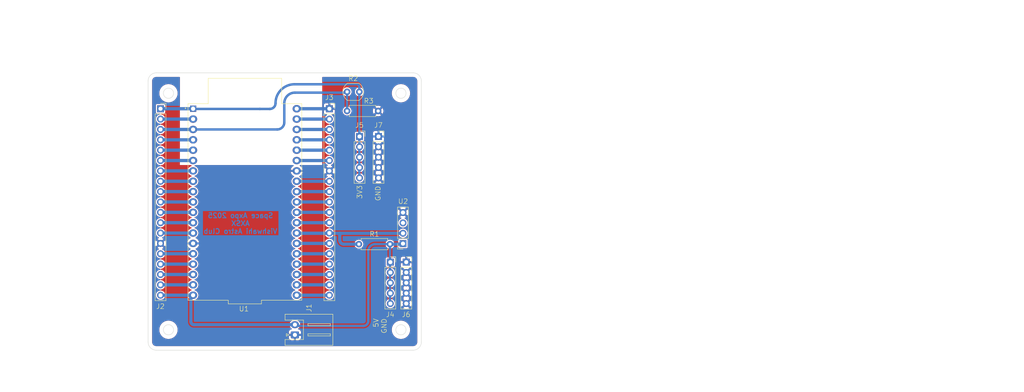
<source format=kicad_pcb>
(kicad_pcb (version 20241229) (generator "pcbnew") (generator_version "9.0")
  (title_block (company "FEVINO INDUSTRIES LLP") (comment 1 "PUNE"))
  (layers (0 "F.Cu" mixed) (2 "B.Cu" mixed) (13 "F.Paste" user) (15 "B.Paste" user) (5 "F.SilkS" user "F.Silkscreen") (7 "B.SilkS" user "B.Silkscreen") (1 "F.Mask" user) (3 "B.Mask" user) (25 "Edge.Cuts" user))
  (property "company" "Fevino Industries LLP")
  (property "ohm" "Ω")
  (property "u" "µ")
  (net 0 "")
  (net 1 "/SRC/GND")
  (net 2 "/SRC/VCC_5V")
  (net 3 "/SRC/DHT11_1")
  (net 4 "/SRC/DHT11_2")
  (net 6 "Net-(J2-Pin_9)")
  (net 7 "Net-(J2-Pin_5)")
  (net 8 "Net-(J2-Pin_4)")
  (net 9 "Net-(J2-Pin_8)")
  (net 10 "Net-(J2-Pin_12)")
  (net 11 "Net-(J2-Pin_11)")
  (net 12 "Net-(J2-Pin_15)")
  (net 13 "Net-(J2-Pin_16)")
  (net 14 "Net-(J2-Pin_18)")
  (net 15 "Net-(J2-Pin_10)")
  (net 16 "Net-(J2-Pin_7)")
  (net 17 "Net-(J2-Pin_13)")
  (net 18 "/SRC/VCC_3V3")
  (net 19 "Net-(J2-Pin_2)")
  (net 20 "Net-(J2-Pin_17)")
  (net 21 "Net-(J3-Pin_18)")
  (net 22 "Net-(J3-Pin_17)")
  (net 23 "Net-(J3-Pin_3)")
  (net 24 "Net-(J3-Pin_5)")
  (net 25 "Net-(J3-Pin_6)")
  (net 26 "Net-(J3-Pin_2)")
  (net 27 "Net-(J3-Pin_11)")
  (net 28 "Net-(J3-Pin_9)")
  (net 29 "Net-(J3-Pin_16)")
  (net 30 "Net-(J3-Pin_10)")
  (net 31 "Net-(J3-Pin_15)")
  (net 32 "Net-(J3-Pin_12)")
  (net 33 "Net-(J3-Pin_4)")
  (net 34 "Net-(J3-Pin_8)")
  (net 35 "Net-(J3-Pin_19)")
  (net 36 "/SRC/LDR_in")
  (net 37 "Net-(J2-Pin_6)")
  (footprint "fevino:MODULE_DEVKIT_V1_ESP32-WROOM-32" (layer "F.Cu") (at 84.157547 80.68)
    (property "Reference" "U1" (at -0.24 26.2126 0) (layer "F.SilkS") (effects (font (size 1.2 1.2) (thickness 0.12))))
    (property "Value" "DEVKIT_V1_ESP32-WROOM-32")
    (fp_line (start -13.95 -24.1) (end -13.95 24.1) (stroke (width 0.12)) (layer "F.SilkS"))
    (fp_line (start -13.95 24.1) (end -4.07 24.1) (stroke (width 0.12)) (layer "F.SilkS"))
    (fp_line (start -9 -30.3) (end 9 -30.3) (stroke (width 0.12)) (layer "F.SilkS"))
    (fp_line (start -9 -24.1) (end -13.95 -24.1) (stroke (width 0.12)) (layer "F.SilkS"))
    (fp_line (start -9 -24.1) (end -9 -30.3) (stroke (width 0.12)) (layer "F.SilkS"))
    (fp_line (start -4.07 24.1) (end -4.07 25) (stroke (width 0.12)) (layer "F.SilkS"))
    (fp_line (start -4.07 25) (end 4.06 25) (stroke (width 0.12)) (layer "F.SilkS"))
    (fp_line (start 4.06 24.1) (end 13.95 24.1) (stroke (width 0.12)) (layer "F.SilkS"))
    (fp_line (start 4.06 25) (end 4.06 24.1) (stroke (width 0.12)) (layer "F.SilkS"))
    (fp_line (start 9 -30.3) (end 9 -24.1) (stroke (width 0.12)) (layer "F.SilkS"))
    (fp_line (start 13.95 -24.1) (end 9 -24.1) (stroke (width 0.12)) (layer "F.SilkS"))
    (fp_line (start 13.95 24.1) (end 13.95 -24.1) (stroke (width 0.12)) (layer "F.SilkS"))
    (fp_circle (center -14.57 -22.97) (end -14.47 -22.97) (stroke (width 0.12)) (fill no) (layer "F.SilkS"))
    (pad "1" thru_hole rect (at -12.7 -22.85) (size 1.53 1.53) (drill 1.02) (layers "*.Cu" "*.Mask") (net 18 "/SRC/VCC_3V3"))
    (pad "2" thru_hole oval (at -12.7 -20.31) (size 2 1.8) (drill 1.02) (layers "*.Cu" "*.Mask") (net 19 "Net-(J2-Pin_2)"))
    (pad "3" thru_hole oval (at -12.7 -17.77) (size 2 1.8) (drill 1.02) (layers "*.Cu" "*.Mask") (net 36 "/SRC/LDR_in"))
    (pad "4" thru_hole oval (at -12.7 -15.23) (size 2 1.8) (drill 1.02) (layers "*.Cu" "*.Mask") (net 8 "Net-(J2-Pin_4)"))
    (pad "5" thru_hole oval (at -12.7 -12.69) (size 2 1.8) (drill 1.02) (layers "*.Cu" "*.Mask") (net 7 "Net-(J2-Pin_5)"))
    (pad "6" thru_hole oval (at -12.7 -10.15) (size 2 1.8) (drill 1.02) (layers "*.Cu" "*.Mask") (net 37 "Net-(J2-Pin_6)"))
    (pad "7" thru_hole oval (at -12.7 -7.61) (size 2 1.8) (drill 1.02) (layers "*.Cu" "*.Mask") (net 16 "Net-(J2-Pin_7)"))
    (pad "8" thru_hole oval (at -12.7 -5.07) (size 2 1.8) (drill 1.02) (layers "*.Cu" "*.Mask") (net 9 "Net-(J2-Pin_8)"))
    (pad "9" thru_hole oval (at -12.7 -2.53) (size 2 1.8) (drill 1.02) (layers "*.Cu" "*.Mask") (net 6 "Net-(J2-Pin_9)"))
    (pad "10" thru_hole oval (at -12.7 0.01) (size 2 1.8) (drill 1.02) (layers "*.Cu" "*.Mask") (net 15 "Net-(J2-Pin_10)"))
    (pad "11" thru_hole oval (at -12.7 2.55) (size 2 1.8) (drill 1.02) (layers "*.Cu" "*.Mask") (net 11 "Net-(J2-Pin_11)"))
    (pad "12" thru_hole oval (at -12.7 5.09) (size 2 1.8) (drill 1.02) (layers "*.Cu" "*.Mask") (net 10 "Net-(J2-Pin_12)"))
    (pad "13" thru_hole oval (at -12.7 7.63) (size 2 1.8) (drill 1.02) (layers "*.Cu" "*.Mask") (net 17 "Net-(J2-Pin_13)"))
    (pad "14" thru_hole oval (at -12.7 10.17) (size 2 1.8) (drill 1.02) (layers "*.Cu" "*.Mask") (net 1 "/SRC/GND"))
    (pad "15" thru_hole oval (at -12.7 12.71) (size 2 1.8) (drill 1.02) (layers "*.Cu" "*.Mask") (net 12 "Net-(J2-Pin_15)"))
    (pad "16" thru_hole oval (at -12.7 15.25) (size 2 1.8) (drill 1.02) (layers "*.Cu" "*.Mask") (net 13 "Net-(J2-Pin_16)"))
    (pad "17" thru_hole oval (at -12.7 17.79) (size 2 1.8) (drill 1.02) (layers "*.Cu" "*.Mask") (net 20 "Net-(J2-Pin_17)"))
    (pad "18" thru_hole oval (at -12.7 20.33) (size 2 1.8) (drill 1.02) (layers "*.Cu" "*.Mask") (net 14 "Net-(J2-Pin_18)"))
    (pad "19" thru_hole oval (at -12.7 22.87) (size 2 1.8) (drill 1.02) (layers "*.Cu" "*.Mask") (net 2 "/SRC/VCC_5V"))
    (pad "20" thru_hole oval (at 12.7 22.87) (size 2 1.8) (drill 1.02) (layers "*.Cu" "*.Mask") (net 35 "Net-(J3-Pin_19)"))
    (pad "21" thru_hole oval (at 12.7 20.33) (size 2 1.8) (drill 1.02) (layers "*.Cu" "*.Mask") (net 21 "Net-(J3-Pin_18)"))
    (pad "22" thru_hole oval (at 12.7 17.79) (size 2 1.8) (drill 1.02) (layers "*.Cu" "*.Mask") (net 22 "Net-(J3-Pin_17)"))
    (pad "23" thru_hole oval (at 12.7 15.25) (size 2 1.8) (drill 1.02) (layers "*.Cu" "*.Mask") (net 29 "Net-(J3-Pin_16)"))
    (pad "24" thru_hole oval (at 12.7 12.71) (size 2 1.8) (drill 1.02) (layers "*.Cu" "*.Mask") (net 31 "Net-(J3-Pin_15)"))
    (pad "25" thru_hole oval (at 12.7 10.17) (size 2 1.8) (drill 1.02) (layers "*.Cu" "*.Mask") (net 4 "/SRC/DHT11_2"))
    (pad "26" thru_hole oval (at 12.7 7.63) (size 2 1.8) (drill 1.02) (layers "*.Cu" "*.Mask") (net 3 "/SRC/DHT11_1"))
    (pad "27" thru_hole oval (at 12.7 5.09) (size 2 1.8) (drill 1.02) (layers "*.Cu" "*.Mask") (net 32 "Net-(J3-Pin_12)"))
    (pad "28" thru_hole oval (at 12.7 2.55) (size 2 1.8) (drill 1.02) (layers "*.Cu" "*.Mask") (net 27 "Net-(J3-Pin_11)"))
    (pad "29" thru_hole oval (at 12.7 0.01) (size 2 1.8) (drill 1.02) (layers "*.Cu" "*.Mask") (net 30 "Net-(J3-Pin_10)"))
    (pad "30" thru_hole oval (at 12.7 -2.53) (size 2 1.8) (drill 1.02) (layers "*.Cu" "*.Mask") (net 28 "Net-(J3-Pin_9)"))
    (pad "31" thru_hole oval (at 12.7 -5.07) (size 2 1.8) (drill 1.02) (layers "*.Cu" "*.Mask") (net 34 "Net-(J3-Pin_8)"))
    (pad "32" thru_hole oval (at 12.7 -7.61) (size 2 1.8) (drill 1.02) (layers "*.Cu" "*.Mask") (net 1 "/SRC/GND"))
    (pad "33" thru_hole oval (at 12.7 -10.15) (size 2 1.8) (drill 1.02) (layers "*.Cu" "*.Mask") (net 25 "Net-(J3-Pin_6)"))
    (pad "34" thru_hole oval (at 12.7 -12.69) (size 2 1.8) (drill 1.02) (layers "*.Cu" "*.Mask") (net 24 "Net-(J3-Pin_5)"))
    (pad "35" thru_hole oval (at 12.7 -15.23) (size 2 1.8) (drill 1.02) (layers "*.Cu" "*.Mask") (net 33 "Net-(J3-Pin_4)"))
    (pad "36" thru_hole oval (at 12.7 -17.77) (size 2 1.8) (drill 1.02) (layers "*.Cu" "*.Mask") (net 23 "Net-(J3-Pin_3)"))
    (pad "37" thru_hole oval (at 12.7 -20.31) (size 2 1.8) (drill 1.02) (layers "*.Cu" "*.Mask") (net 26 "Net-(J3-Pin_2)"))
    (pad "38" thru_hole oval (at 12.7 -22.85) (size 2 1.8) (drill 1.02) (layers "*.Cu" "*.Mask") (net 1 "/SRC/GND"))
  )
  (footprint "Resistor_THT:R_Axial_DIN0207_L6.3mm_D2.5mm_P7.62mm_Horizontal" (layer "F.Cu") (at 119.727547 91.03 180)
    (property "Reference" "R1" (at 3.81 2.4626 0) (layer "F.SilkS") (effects (font (size 1.2 1.2) (thickness 0.12))))
    (property "Value" "5K_1/4W_THT")
    (fp_line (start 7.08 1.37) (end 7.08 1.04) (stroke (width 0.12)) (layer "F.SilkS"))
    (fp_line (start 7.08 -1.37) (end 7.08 -1.04) (stroke (width 0.12)) (layer "F.SilkS"))
    (fp_line (start 0.54 1.37) (end 7.08 1.37) (stroke (width 0.12)) (layer "F.SilkS"))
    (fp_line (start 0.54 1.04) (end 0.54 1.37) (stroke (width 0.12)) (layer "F.SilkS"))
    (fp_line (start 0.54 -1.04) (end 0.54 -1.37) (stroke (width 0.12)) (layer "F.SilkS"))
    (fp_line (start 0.54 -1.37) (end 7.08 -1.37) (stroke (width 0.12)) (layer "F.SilkS"))
    (pad "1" thru_hole circle (at 0 0 180) (size 1.6 1.6) (drill 0.8) (layers "*.Cu" "*.Mask") (net 2 "/SRC/VCC_5V"))
    (pad "2" thru_hole circle (at 7.62 0 180) (size 1.6 1.6) (drill 0.8) (layers "*.Cu" "*.Mask") (net 3 "/SRC/DHT11_1"))
  )
  (footprint "OptoDevice:R_LDR_5.0x4.1mm_P3mm_Vertical" (layer "F.Cu") (at 112.217547 53.68 180)
    (property "Reference" "R2" (at 1.5 3.2626 0) (layer "F.SilkS") (effects (font (size 1.2 1.2) (thickness 0.12))))
    (property "Value" "LDR")
    (fp_line (start 0.1 2.1) (end 2.9 2.1) (stroke (width 0.12)) (layer "F.SilkS"))
    (fp_line (start 0.1 -2.1) (end 2.9 -2.1) (stroke (width 0.12)) (layer "F.SilkS"))
    (fp_arc (start 2.9 -2.1) (mid 4.023872 0.008372) (end 2.886037 2.109242) (stroke (width 0.12)) (layer "F.SilkS"))
    (fp_arc (start 0.1 2.1) (mid -1.023872 -0.008372) (end 0.113963 -2.109242) (stroke (width 0.12)) (layer "F.SilkS"))
    (pad "1" thru_hole circle (at 0 0 180) (size 1.6 1.6) (drill 0.8) (layers "*.Cu" "*.Mask") (net 18 "/SRC/VCC_3V3"))
    (pad "2" thru_hole circle (at 3 0 180) (size 1.6 1.6) (drill 0.8) (layers "*.Cu" "*.Mask") (net 36 "/SRC/LDR_in"))
  )
  (footprint "Connector_PinSocket_2.54mm:PinSocket_1x04_P2.54mm_Vertical" (layer "F.Cu") (at 122.917547 90.9 180)
    (property "Reference" "U2" (at -0.025 10.3626 0) (layer "F.SilkS") (effects (font (size 1.2 1.2) (thickness 0.12))))
    (property "Value" "~")
    (fp_line (start 1.33 1.27) (end 1.33 8.95) (stroke (width 0.12)) (layer "F.SilkS"))
    (fp_line (start 1.33 -1.33) (end 1.33 0) (stroke (width 0.12)) (layer "F.SilkS"))
    (fp_line (start 0 -1.33) (end 1.33 -1.33) (stroke (width 0.12)) (layer "F.SilkS"))
    (fp_line (start -1.33 8.95) (end 1.33 8.95) (stroke (width 0.12)) (layer "F.SilkS"))
    (fp_line (start -1.33 1.27) (end 1.33 1.27) (stroke (width 0.12)) (layer "F.SilkS"))
    (fp_line (start -1.33 1.27) (end -1.33 8.95) (stroke (width 0.12)) (layer "F.SilkS"))
    (pad "1" thru_hole rect (at 0 0 180) (size 1.7 1.7) (drill 1) (layers "*.Cu" "*.Mask") (net 2 "/SRC/VCC_5V"))
    (pad "2" thru_hole circle (at 0 2.54 180) (size 1.7 1.7) (drill 1) (layers "*.Cu" "*.Mask") (net 3 "/SRC/DHT11_1"))
    (pad "3" thru_hole circle (at 0 5.08 180) (size 1.7 1.7) (drill 1) (layers "*.Cu" "*.Mask"))
    (pad "4" thru_hole circle (at 0 7.62 180) (size 1.7 1.7) (drill 1) (layers "*.Cu" "*.Mask") (net 1 "/SRC/GND"))
  )
  (footprint "Resistor_THT:R_Axial_DIN0207_L6.3mm_D2.5mm_P7.62mm_Horizontal" (layer "F.Cu") (at 109.207547 58.38)
    (property "Reference" "R3" (at 5.31 -2.4626 0) (layer "F.SilkS") (effects (font (size 1.2 1.2) (thickness 0.12))))
    (property "Value" "5K_1/4W_THT")
    (fp_line (start 0.54 -1.37) (end 7.08 -1.37) (stroke (width 0.12)) (layer "F.SilkS"))
    (fp_line (start 0.54 -1.04) (end 0.54 -1.37) (stroke (width 0.12)) (layer "F.SilkS"))
    (fp_line (start 0.54 1.04) (end 0.54 1.37) (stroke (width 0.12)) (layer "F.SilkS"))
    (fp_line (start 0.54 1.37) (end 7.08 1.37) (stroke (width 0.12)) (layer "F.SilkS"))
    (fp_line (start 7.08 -1.37) (end 7.08 -1.04) (stroke (width 0.12)) (layer "F.SilkS"))
    (fp_line (start 7.08 1.37) (end 7.08 1.04) (stroke (width 0.12)) (layer "F.SilkS"))
    (pad "1" thru_hole circle (at 0 0) (size 1.6 1.6) (drill 0.8) (layers "*.Cu" "*.Mask") (net 36 "/SRC/LDR_in"))
    (pad "2" thru_hole circle (at 7.62 0) (size 1.6 1.6) (drill 0.8) (layers "*.Cu" "*.Mask") (net 1 "/SRC/GND"))
  )
  (footprint "Connector_JST:JST_XH_S2B-XH-A_1x02_P2.50mm_Horizontal" (layer "F.Cu") (at 96.417547 113.28 90)
    (property "Reference" "J1" (at 6.588572 3.445 90) (layer "F.SilkS") (effects (font (size 1.2 1.2) (thickness 0.12))))
    (property "Value" "VCC_5V_9V_DC")
    (fp_line (start 5.06 -2.41) (end 3.64 -2.41) (stroke (width 0.12)) (layer "F.SilkS"))
    (fp_line (start 3.64 -2.41) (end 3.64 2.09) (stroke (width 0.12)) (layer "F.SilkS"))
    (fp_line (start -1.14 -2.41) (end -1.14 2.09) (stroke (width 0.12)) (layer "F.SilkS"))
    (fp_line (start -2.56 -2.41) (end -1.14 -2.41) (stroke (width 0.12)) (layer "F.SilkS"))
    (fp_line (start 0.3 -2.1) (end 0 -1.5) (stroke (width 0.12)) (layer "F.SilkS"))
    (fp_line (start -0.3 -2.1) (end 0.3 -2.1) (stroke (width 0.12)) (layer "F.SilkS"))
    (fp_line (start 0 -1.5) (end -0.3 -2.1) (stroke (width 0.12)) (layer "F.SilkS"))
    (fp_line (start 3.64 2.09) (end 1.25 2.09) (stroke (width 0.12)) (layer "F.SilkS"))
    (fp_line (start -1.14 2.09) (end 1.25 2.09) (stroke (width 0.12)) (layer "F.SilkS"))
    (fp_line (start 2.75 3.2) (end 2.25 3.2) (stroke (width 0.12)) (layer "F.SilkS"))
    (fp_line (start 2.25 3.2) (end 2.25 8.7) (stroke (width 0.12)) (layer "F.SilkS"))
    (fp_line (start 0.25 3.2) (end -0.25 3.2) (stroke (width 0.12)) (layer "F.SilkS"))
    (fp_line (start -0.25 3.2) (end -0.25 8.7) (stroke (width 0.12)) (layer "F.SilkS"))
    (fp_line (start 2.75 8.7) (end 2.75 3.2) (stroke (width 0.12)) (layer "F.SilkS"))
    (fp_line (start 2.25 8.7) (end 2.75 8.7) (stroke (width 0.12)) (layer "F.SilkS"))
    (fp_line (start 0.25 8.7) (end 0.25 3.2) (stroke (width 0.12)) (layer "F.SilkS"))
    (fp_line (start -0.25 8.7) (end 0.25 8.7) (stroke (width 0.12)) (layer "F.SilkS"))
    (fp_line (start 5.06 9.31) (end 5.06 -2.41) (stroke (width 0.12)) (layer "F.SilkS"))
    (fp_line (start 1.25 9.31) (end 5.06 9.31) (stroke (width 0.12)) (layer "F.SilkS"))
    (fp_line (start 1.25 9.31) (end -2.56 9.31) (stroke (width 0.12)) (layer "F.SilkS"))
    (fp_line (start -2.56 9.31) (end -2.56 -2.41) (stroke (width 0.12)) (layer "F.SilkS"))
    (pad "1" thru_hole roundrect (at 0 0 90) (size 1.7 2) (drill 1) (layers "*.Cu" "*.Mask") (roundrect_rratio 0.147059) (net 1 "/SRC/GND"))
    (pad "2" thru_hole oval (at 2.5 0 90) (size 1.7 2) (drill 1) (layers "*.Cu" "*.Mask") (net 2 "/SRC/VCC_5V"))
  )
  (footprint "Connector_PinSocket_2.54mm:PinSocket_1x05_P2.54mm_Vertical" (layer "F.Cu") (at 119.817547 95.44)
    (property "Reference" "J4" (at -0.025 12.8626 0) (layer "F.SilkS") (effects (font (size 1.2 1.2) (thickness 0.12))))
    (property "Value" "Conn_01x05")
    (fp_line (start -1.33 1.27) (end -1.33 11.49) (stroke (width 0.12)) (layer "F.SilkS"))
    (fp_line (start -1.33 1.27) (end 1.33 1.27) (stroke (width 0.12)) (layer "F.SilkS"))
    (fp_line (start -1.33 11.49) (end 1.33 11.49) (stroke (width 0.12)) (layer "F.SilkS"))
    (fp_line (start 0 -1.33) (end 1.33 -1.33) (stroke (width 0.12)) (layer "F.SilkS"))
    (fp_line (start 1.33 -1.33) (end 1.33 0) (stroke (width 0.12)) (layer "F.SilkS"))
    (fp_line (start 1.33 1.27) (end 1.33 11.49) (stroke (width 0.12)) (layer "F.SilkS"))
    (pad "1" thru_hole rect (at 0 0) (size 1.7 1.7) (drill 1) (layers "*.Cu" "*.Mask") (net 2 "/SRC/VCC_5V"))
    (pad "2" thru_hole circle (at 0 2.54) (size 1.7 1.7) (drill 1) (layers "*.Cu" "*.Mask") (net 2 "/SRC/VCC_5V"))
    (pad "3" thru_hole circle (at 0 5.08) (size 1.7 1.7) (drill 1) (layers "*.Cu" "*.Mask") (net 2 "/SRC/VCC_5V"))
    (pad "4" thru_hole circle (at 0 7.62) (size 1.7 1.7) (drill 1) (layers "*.Cu" "*.Mask") (net 2 "/SRC/VCC_5V"))
    (pad "5" thru_hole circle (at 0 10.16) (size 1.7 1.7) (drill 1) (layers "*.Cu" "*.Mask") (net 2 "/SRC/VCC_5V"))
  )
  (footprint "Connector_PinSocket_2.54mm:PinSocket_1x05_P2.54mm_Vertical" (layer "F.Cu") (at 123.717547 95.44)
    (property "Reference" "J6" (at -0.025 12.8626 0) (layer "F.SilkS") (effects (font (size 1.2 1.2) (thickness 0.12))))
    (property "Value" "Conn_01x05")
    (fp_line (start -1.33 1.27) (end -1.33 11.49) (stroke (width 0.12)) (layer "F.SilkS"))
    (fp_line (start -1.33 1.27) (end 1.33 1.27) (stroke (width 0.12)) (layer "F.SilkS"))
    (fp_line (start -1.33 11.49) (end 1.33 11.49) (stroke (width 0.12)) (layer "F.SilkS"))
    (fp_line (start 0 -1.33) (end 1.33 -1.33) (stroke (width 0.12)) (layer "F.SilkS"))
    (fp_line (start 1.33 -1.33) (end 1.33 0) (stroke (width 0.12)) (layer "F.SilkS"))
    (fp_line (start 1.33 1.27) (end 1.33 11.49) (stroke (width 0.12)) (layer "F.SilkS"))
    (pad "1" thru_hole rect (at 0 0) (size 1.7 1.7) (drill 1) (layers "*.Cu" "*.Mask") (net 1 "/SRC/GND"))
    (pad "2" thru_hole circle (at 0 2.54) (size 1.7 1.7) (drill 1) (layers "*.Cu" "*.Mask") (net 1 "/SRC/GND"))
    (pad "3" thru_hole circle (at 0 5.08) (size 1.7 1.7) (drill 1) (layers "*.Cu" "*.Mask") (net 1 "/SRC/GND"))
    (pad "4" thru_hole circle (at 0 7.62) (size 1.7 1.7) (drill 1) (layers "*.Cu" "*.Mask") (net 1 "/SRC/GND"))
    (pad "5" thru_hole circle (at 0 10.16) (size 1.7 1.7) (drill 1) (layers "*.Cu" "*.Mask") (net 1 "/SRC/GND"))
  )
  (footprint "Connector_PinSocket_2.54mm:PinSocket_1x05_P2.54mm_Vertical" (layer "F.Cu") (at 112.267547 64.63)
    (property "Reference" "J5" (at -0.025 -2.7626 0) (layer "F.SilkS") (effects (font (size 1.2 1.2) (thickness 0.12))))
    (property "Value" "Conn_01x05")
    (fp_line (start -1.33 1.27) (end -1.33 11.49) (stroke (width 0.12)) (layer "F.SilkS"))
    (fp_line (start -1.33 1.27) (end 1.33 1.27) (stroke (width 0.12)) (layer "F.SilkS"))
    (fp_line (start -1.33 11.49) (end 1.33 11.49) (stroke (width 0.12)) (layer "F.SilkS"))
    (fp_line (start 0 -1.33) (end 1.33 -1.33) (stroke (width 0.12)) (layer "F.SilkS"))
    (fp_line (start 1.33 -1.33) (end 1.33 0) (stroke (width 0.12)) (layer "F.SilkS"))
    (fp_line (start 1.33 1.27) (end 1.33 11.49) (stroke (width 0.12)) (layer "F.SilkS"))
    (pad "1" thru_hole rect (at 0 0) (size 1.7 1.7) (drill 1) (layers "*.Cu" "*.Mask") (net 18 "/SRC/VCC_3V3"))
    (pad "2" thru_hole circle (at 0 2.54) (size 1.7 1.7) (drill 1) (layers "*.Cu" "*.Mask") (net 18 "/SRC/VCC_3V3"))
    (pad "3" thru_hole circle (at 0 5.08) (size 1.7 1.7) (drill 1) (layers "*.Cu" "*.Mask") (net 18 "/SRC/VCC_3V3"))
    (pad "4" thru_hole circle (at 0 7.62) (size 1.7 1.7) (drill 1) (layers "*.Cu" "*.Mask") (net 18 "/SRC/VCC_3V3"))
    (pad "5" thru_hole circle (at 0 10.16) (size 1.7 1.7) (drill 1) (layers "*.Cu" "*.Mask") (net 18 "/SRC/VCC_3V3"))
  )
  (footprint "Connector_PinSocket_2.54mm:PinSocket_1x19_P2.54mm_Vertical" (layer "F.Cu") (at 63.467547 57.83)
    (property "Reference" "J2" (at -0.025 48.4626 0) (layer "F.SilkS") (effects (font (size 1.2 1.2) (thickness 0.12))))
    (property "Value" "Conn_01x19")
    (fp_line (start -1.33 1.27) (end -1.33 47.05) (stroke (width 0.12)) (layer "F.SilkS"))
    (fp_line (start -1.33 1.27) (end 1.33 1.27) (stroke (width 0.12)) (layer "F.SilkS"))
    (fp_line (start -1.33 47.05) (end 1.33 47.05) (stroke (width 0.12)) (layer "F.SilkS"))
    (fp_line (start 0 -1.33) (end 1.33 -1.33) (stroke (width 0.12)) (layer "F.SilkS"))
    (fp_line (start 1.33 -1.33) (end 1.33 0) (stroke (width 0.12)) (layer "F.SilkS"))
    (fp_line (start 1.33 1.27) (end 1.33 47.05) (stroke (width 0.12)) (layer "F.SilkS"))
    (pad "1" thru_hole rect (at 0 0) (size 1.7 1.7) (drill 1) (layers "*.Cu" "*.Mask") (net 18 "/SRC/VCC_3V3"))
    (pad "2" thru_hole circle (at 0 2.54) (size 1.7 1.7) (drill 1) (layers "*.Cu" "*.Mask") (net 19 "Net-(J2-Pin_2)"))
    (pad "3" thru_hole circle (at 0 5.08) (size 1.7 1.7) (drill 1) (layers "*.Cu" "*.Mask") (net 36 "/SRC/LDR_in"))
    (pad "4" thru_hole circle (at 0 7.62) (size 1.7 1.7) (drill 1) (layers "*.Cu" "*.Mask") (net 8 "Net-(J2-Pin_4)"))
    (pad "5" thru_hole circle (at 0 10.16) (size 1.7 1.7) (drill 1) (layers "*.Cu" "*.Mask") (net 7 "Net-(J2-Pin_5)"))
    (pad "6" thru_hole circle (at 0 12.7) (size 1.7 1.7) (drill 1) (layers "*.Cu" "*.Mask") (net 37 "Net-(J2-Pin_6)"))
    (pad "7" thru_hole circle (at 0 15.24) (size 1.7 1.7) (drill 1) (layers "*.Cu" "*.Mask") (net 16 "Net-(J2-Pin_7)"))
    (pad "8" thru_hole circle (at 0 17.78) (size 1.7 1.7) (drill 1) (layers "*.Cu" "*.Mask") (net 9 "Net-(J2-Pin_8)"))
    (pad "9" thru_hole circle (at 0 20.32) (size 1.7 1.7) (drill 1) (layers "*.Cu" "*.Mask") (net 6 "Net-(J2-Pin_9)"))
    (pad "10" thru_hole circle (at 0 22.86) (size 1.7 1.7) (drill 1) (layers "*.Cu" "*.Mask") (net 15 "Net-(J2-Pin_10)"))
    (pad "11" thru_hole circle (at 0 25.4) (size 1.7 1.7) (drill 1) (layers "*.Cu" "*.Mask") (net 11 "Net-(J2-Pin_11)"))
    (pad "12" thru_hole circle (at 0 27.94) (size 1.7 1.7) (drill 1) (layers "*.Cu" "*.Mask") (net 10 "Net-(J2-Pin_12)"))
    (pad "13" thru_hole circle (at 0 30.48) (size 1.7 1.7) (drill 1) (layers "*.Cu" "*.Mask") (net 17 "Net-(J2-Pin_13)"))
    (pad "14" thru_hole circle (at 0 33.02) (size 1.7 1.7) (drill 1) (layers "*.Cu" "*.Mask") (net 1 "/SRC/GND"))
    (pad "15" thru_hole circle (at 0 35.56) (size 1.7 1.7) (drill 1) (layers "*.Cu" "*.Mask") (net 12 "Net-(J2-Pin_15)"))
    (pad "16" thru_hole circle (at 0 38.1) (size 1.7 1.7) (drill 1) (layers "*.Cu" "*.Mask") (net 13 "Net-(J2-Pin_16)"))
    (pad "17" thru_hole circle (at 0 40.64) (size 1.7 1.7) (drill 1) (layers "*.Cu" "*.Mask") (net 20 "Net-(J2-Pin_17)"))
    (pad "18" thru_hole circle (at 0 43.18) (size 1.7 1.7) (drill 1) (layers "*.Cu" "*.Mask") (net 14 "Net-(J2-Pin_18)"))
    (pad "19" thru_hole circle (at 0 45.72) (size 1.7 1.7) (drill 1) (layers "*.Cu" "*.Mask") (net 2 "/SRC/VCC_5V"))
  )
  (footprint "Connector_PinSocket_2.54mm:PinSocket_1x19_P2.54mm_Vertical" (layer "F.Cu") (at 104.867547 57.83)
    (property "Reference" "J3" (at -0.025 -2.7626 0) (layer "F.SilkS") (effects (font (size 1.2 1.2) (thickness 0.12))))
    (property "Value" "Conn_01x19")
    (fp_line (start -1.33 1.27) (end -1.33 47.05) (stroke (width 0.12)) (layer "F.SilkS"))
    (fp_line (start -1.33 1.27) (end 1.33 1.27) (stroke (width 0.12)) (layer "F.SilkS"))
    (fp_line (start -1.33 47.05) (end 1.33 47.05) (stroke (width 0.12)) (layer "F.SilkS"))
    (fp_line (start 0 -1.33) (end 1.33 -1.33) (stroke (width 0.12)) (layer "F.SilkS"))
    (fp_line (start 1.33 -1.33) (end 1.33 0) (stroke (width 0.12)) (layer "F.SilkS"))
    (fp_line (start 1.33 1.27) (end 1.33 47.05) (stroke (width 0.12)) (layer "F.SilkS"))
    (pad "1" thru_hole rect (at 0 0) (size 1.7 1.7) (drill 1) (layers "*.Cu" "*.Mask") (net 1 "/SRC/GND"))
    (pad "2" thru_hole circle (at 0 2.54) (size 1.7 1.7) (drill 1) (layers "*.Cu" "*.Mask") (net 26 "Net-(J3-Pin_2)"))
    (pad "3" thru_hole circle (at 0 5.08) (size 1.7 1.7) (drill 1) (layers "*.Cu" "*.Mask") (net 23 "Net-(J3-Pin_3)"))
    (pad "4" thru_hole circle (at 0 7.62) (size 1.7 1.7) (drill 1) (layers "*.Cu" "*.Mask") (net 33 "Net-(J3-Pin_4)"))
    (pad "5" thru_hole circle (at 0 10.16) (size 1.7 1.7) (drill 1) (layers "*.Cu" "*.Mask") (net 24 "Net-(J3-Pin_5)"))
    (pad "6" thru_hole circle (at 0 12.7) (size 1.7 1.7) (drill 1) (layers "*.Cu" "*.Mask") (net 25 "Net-(J3-Pin_6)"))
    (pad "7" thru_hole circle (at 0 15.24) (size 1.7 1.7) (drill 1) (layers "*.Cu" "*.Mask") (net 1 "/SRC/GND"))
    (pad "8" thru_hole circle (at 0 17.78) (size 1.7 1.7) (drill 1) (layers "*.Cu" "*.Mask") (net 34 "Net-(J3-Pin_8)"))
    (pad "9" thru_hole circle (at 0 20.32) (size 1.7 1.7) (drill 1) (layers "*.Cu" "*.Mask") (net 28 "Net-(J3-Pin_9)"))
    (pad "10" thru_hole circle (at 0 22.86) (size 1.7 1.7) (drill 1) (layers "*.Cu" "*.Mask") (net 30 "Net-(J3-Pin_10)"))
    (pad "11" thru_hole circle (at 0 25.4) (size 1.7 1.7) (drill 1) (layers "*.Cu" "*.Mask") (net 27 "Net-(J3-Pin_11)"))
    (pad "12" thru_hole circle (at 0 27.94) (size 1.7 1.7) (drill 1) (layers "*.Cu" "*.Mask") (net 32 "Net-(J3-Pin_12)"))
    (pad "13" thru_hole circle (at 0 30.48) (size 1.7 1.7) (drill 1) (layers "*.Cu" "*.Mask") (net 3 "/SRC/DHT11_1"))
    (pad "14" thru_hole circle (at 0 33.02) (size 1.7 1.7) (drill 1) (layers "*.Cu" "*.Mask") (net 4 "/SRC/DHT11_2"))
    (pad "15" thru_hole circle (at 0 35.56) (size 1.7 1.7) (drill 1) (layers "*.Cu" "*.Mask") (net 31 "Net-(J3-Pin_15)"))
    (pad "16" thru_hole circle (at 0 38.1) (size 1.7 1.7) (drill 1) (layers "*.Cu" "*.Mask") (net 29 "Net-(J3-Pin_16)"))
    (pad "17" thru_hole circle (at 0 40.64) (size 1.7 1.7) (drill 1) (layers "*.Cu" "*.Mask") (net 22 "Net-(J3-Pin_17)"))
    (pad "18" thru_hole circle (at 0 43.18) (size 1.7 1.7) (drill 1) (layers "*.Cu" "*.Mask") (net 21 "Net-(J3-Pin_18)"))
    (pad "19" thru_hole circle (at 0 45.72) (size 1.7 1.7) (drill 1) (layers "*.Cu" "*.Mask") (net 35 "Net-(J3-Pin_19)"))
  )
  (footprint "Connector_PinSocket_2.54mm:PinSocket_1x05_P2.54mm_Vertical" (layer "F.Cu") (at 116.917547 64.63)
    (property "Reference" "J7" (at -0.025 -2.7626 0) (layer "F.SilkS") (effects (font (size 1.2 1.2) (thickness 0.12))))
    (property "Value" "Conn_01x05")
    (fp_line (start -1.33 1.27) (end -1.33 11.49) (stroke (width 0.12)) (layer "F.SilkS"))
    (fp_line (start -1.33 1.27) (end 1.33 1.27) (stroke (width 0.12)) (layer "F.SilkS"))
    (fp_line (start -1.33 11.49) (end 1.33 11.49) (stroke (width 0.12)) (layer "F.SilkS"))
    (fp_line (start 0 -1.33) (end 1.33 -1.33) (stroke (width 0.12)) (layer "F.SilkS"))
    (fp_line (start 1.33 -1.33) (end 1.33 0) (stroke (width 0.12)) (layer "F.SilkS"))
    (fp_line (start 1.33 1.27) (end 1.33 11.49) (stroke (width 0.12)) (layer "F.SilkS"))
    (pad "1" thru_hole rect (at 0 0) (size 1.7 1.7) (drill 1) (layers "*.Cu" "*.Mask") (net 1 "/SRC/GND"))
    (pad "2" thru_hole circle (at 0 2.54) (size 1.7 1.7) (drill 1) (layers "*.Cu" "*.Mask") (net 1 "/SRC/GND"))
    (pad "3" thru_hole circle (at 0 5.08) (size 1.7 1.7) (drill 1) (layers "*.Cu" "*.Mask") (net 1 "/SRC/GND"))
    (pad "4" thru_hole circle (at 0 7.62) (size 1.7 1.7) (drill 1) (layers "*.Cu" "*.Mask") (net 1 "/SRC/GND"))
    (pad "5" thru_hole circle (at 0 10.16) (size 1.7 1.7) (drill 1) (layers "*.Cu" "*.Mask") (net 1 "/SRC/GND"))
  )
  (gr_circle (center 65.417547 54.03) (end 64.167547 54.03) (stroke (width 0.1)) (fill no) (layer "Edge.Cuts"))
  (gr_line (start 125.417547 49.03) (end 62.417547 49.03) (stroke (width 0.1)) (layer "Edge.Cuts"))
  (gr_circle (center 122.417547 54.03) (end 121.167547 54.03) (stroke (width 0.1)) (fill no) (layer "Edge.Cuts"))
  (gr_arc (start 127.417547 115.03) (mid 126.831761 116.444214) (end 125.417547 117.03) (stroke (width 0.1)) (layer "Edge.Cuts"))
  (gr_line (start 60.417547 51.03) (end 60.417547 115.03) (stroke (width 0.1)) (layer "Edge.Cuts"))
  (gr_circle (center 122.417547 112.03) (end 121.167547 112.03) (stroke (width 0.1)) (fill no) (layer "Edge.Cuts"))
  (gr_line (start 127.417547 115.03) (end 127.417547 51.03) (stroke (width 0.1)) (layer "Edge.Cuts"))
  (gr_circle (center 65.417547 112.03) (end 64.167547 112.03) (stroke (width 0.1)) (fill no) (layer "Edge.Cuts"))
  (gr_arc (start 60.417547 51.03) (mid 61.003333 49.615786) (end 62.417547 49.03) (stroke (width 0.1)) (layer "Edge.Cuts"))
  (gr_arc (start 125.417547 49.03) (mid 126.831761 49.615786) (end 127.417547 51.03) (stroke (width 0.1)) (layer "Edge.Cuts"))
  (gr_line (start 62.417547 117.03) (end 125.417547 117.03) (stroke (width 0.1)) (layer "Edge.Cuts"))
  (gr_arc (start 62.417547 117.03) (mid 61.003333 116.444214) (end 60.417547 115.03) (stroke (width 0.1)) (layer "Edge.Cuts"))
  (gr_text "Space Axpo 2025\nAXSX\nVishwahi Astro Club" (at 83.067547 88.58 0) (layer "B.Cu") (effects (font (size 1.2 1.2) (thickness 0.24) (bold yes)) (justify bottom mirror)))
  (gr_text "GND\n" (at 117.5 80.5 90) (layer "F.SilkS") (effects (font (size 1.2 1.2) (thickness 0.12)) (justify left bottom)))
  (gr_text "3V3\n" (at 113 80 90) (layer "F.SilkS") (effects (font (size 1.2 1.2) (thickness 0.12)) (justify left bottom)))
  (gr_text "GND\n" (at 119 113 90) (layer "F.SilkS") (effects (font (size 1.2 1.2) (thickness 0.12)) (justify left bottom)))
  (gr_text "5V\n" (at 117 111.5 90) (layer "F.SilkS") (effects (font (size 1.2 1.2) (thickness 0.12)) (justify left bottom)))
  (segment (start 104.867547 57.83) (end 96.857547 57.83) (width 0.8) (layer "B.Cu") (net 1))
  (segment (start 119.727547 105.51) (end 119.727547 91.03) (width 0.6) (layer "B.Cu") (net 2))
  (segment (start 96.417547 110.78) (end 71.667547 110.78) (width 0.8) (layer "B.Cu") (net 2))
  (segment (start 70.917547 110.03) (end 70.917547 104.09) (width 0.8) (layer "B.Cu") (net 2))
  (segment (start 113.167547 111.08) (end 96.717547 111.08) (width 0.6) (layer "B.Cu") (net 2))
  (segment (start 114.417547 92.73) (end 114.417547 109.83) (width 0.6) (layer "B.Cu") (net 2))
  (segment (start 122.787547 91.03) (end 122.917547 90.9) (width 0.8) (layer "B.Cu") (net 2))
  (segment (start 63.467547 103.55) (end 70.377547 103.55) (width 0.8) (layer "B.Cu") (net 2))
  (segment (start 119.727547 91.03) (end 122.787547 91.03) (width 0.8) (layer "B.Cu") (net 2))
  (segment (start 119.727547 91.03) (end 116.117547 91.03) (width 0.6) (layer "B.Cu") (net 2))
  (arc (start 96.717547 111.08) (mid 96.505415 110.992132) (end 96.417547 110.78) (width 0.6) (layer "B.Cu") (net 2))
  (arc (start 114.417547 109.83) (mid 114.05143 110.713883) (end 113.167547 111.08) (width 0.6) (layer "B.Cu") (net 2))
  (arc (start 70.377547 103.55) (mid 70.759385 103.708162) (end 70.917547 104.09) (width 0.8) (layer "B.Cu") (net 2))
  (arc (start 71.667547 110.78) (mid 71.137217 110.56033) (end 70.917547 110.03) (width 0.8) (layer "B.Cu") (net 2))
  (arc (start 119.817547 105.6) (mid 119.753907 105.57364) (end 119.727547 105.51) (width 0.6) (layer "B.Cu") (net 2))
  (arc (start 70.917547 104.09) (mid 71.075709 103.708162) (end 71.457547 103.55) (width 0.8) (layer "B.Cu") (net 2))
  (arc (start 116.117547 91.03) (mid 114.915465 91.527918) (end 114.417547 92.73) (width 0.6) (layer "B.Cu") (net 2))
  (segment (start 107.417547 88.36) (end 96.907547 88.36) (width 0.8) (layer "B.Cu") (net 3))
  (segment (start 112.107547 91.03) (end 108.417547 91.03) (width 0.8) (layer "B.Cu") (net 3))
  (segment (start 107.417547 90.03) (end 107.417547 88.36) (width 0.8) (layer "B.Cu") (net 3))
  (segment (start 107.417547 88.36) (end 122.917547 88.36) (width 0.8) (layer "B.Cu") (net 3))
  (segment (start 96.907547 88.36) (end 96.857547 88.31) (width 0.8) (layer "B.Cu") (net 3))
  (arc (start 108.417547 91.03) (mid 107.71044 90.737107) (end 107.417547 90.03) (width 0.8) (layer "B.Cu") (net 3))
  (segment (start 104.867547 90.85) (end 96.857547 90.85) (width 0.8) (layer "B.Cu") (net 4))
  (segment (start 63.467547 78.15) (end 71.457547 78.15) (width 0.8) (layer "B.Cu") (net 6))
  (segment (start 63.467547 67.99) (end 71.457547 67.99) (width 0.8) (layer "B.Cu") (net 7))
  (segment (start 63.467547 65.45) (end 71.457547 65.45) (width 0.8) (layer "B.Cu") (net 8))
  (segment (start 63.467547 75.61) (end 71.457547 75.61) (width 0.8) (layer "B.Cu") (net 9))
  (segment (start 63.467547 85.77) (end 71.457547 85.77) (width 0.8) (layer "B.Cu") (net 10))
  (segment (start 63.467547 83.23) (end 71.457547 83.23) (width 0.8) (layer "B.Cu") (net 11))
  (segment (start 63.467547 93.39) (end 71.457547 93.39) (width 0.8) (layer "B.Cu") (net 12))
  (segment (start 63.467547 95.93) (end 71.457547 95.93) (width 0.8) (layer "B.Cu") (net 13))
  (segment (start 63.467547 101.01) (end 71.457547 101.01) (width 0.8) (layer "B.Cu") (net 14))
  (segment (start 63.467547 80.69) (end 71.457547 80.69) (width 0.8) (layer "B.Cu") (net 15))
  (segment (start 63.467547 73.07) (end 71.457547 73.07) (width 0.8) (layer "B.Cu") (net 16))
  (segment (start 63.467547 88.31) (end 71.457547 88.31) (width 0.8) (layer "B.Cu") (net 17))
  (segment (start 87.817547 57.88) (end 71.507547 57.88) (width 0.6) (layer "B.Cu") (net 18))
  (segment (start 112.217547 53.68) (end 112.217547 74.74) (width 0.6) (layer "B.Cu") (net 18))
  (segment (start 90.267547 57.88) (end 87.817547 57.88) (width 0.6) (layer "B.Cu") (net 18))
  (segment (start 63.467547 57.83) (end 71.457547 57.83) (width 0.8) (layer "B.Cu") (net 18))
  (segment (start 111.617547 51.83) (end 96.317547 51.83) (width 0.6) (layer "B.Cu") (net 18))
  (segment (start 112.217547 53.68) (end 112.217547 52.43) (width 0.6) (layer "B.Cu") (net 18))
  (arc (start 112.217547 52.43) (mid 112.041811 52.005736) (end 111.617547 51.83) (width 0.6) (layer "B.Cu") (net 18))
  (arc (start 71.507547 57.88) (mid 71.472192 57.865355) (end 71.457547 57.83) (width 0.6) (layer "B.Cu") (net 18))
  (arc (start 112.217547 74.74) (mid 112.232192 74.775355) (end 112.267547 74.79) (width 0.6) (layer "B.Cu") (net 18))
  (arc (start 96.317547 51.83) (mid 93.0295 53.191953) (end 91.667547 56.48) (width 0.6) (layer "B.Cu") (net 18))
  (arc (start 91.667547 56.48) (mid 91.257496 57.469949) (end 90.267547 57.88) (width 0.6) (layer "B.Cu") (net 18))
  (segment (start 63.467547 60.37) (end 71.457547 60.37) (width 0.8) (layer "B.Cu") (net 19))
  (segment (start 63.467547 98.47) (end 71.457547 98.47) (width 0.8) (layer "B.Cu") (net 20))
  (segment (start 104.867547 101.01) (end 96.857547 101.01) (width 0.8) (layer "B.Cu") (net 21))
  (segment (start 104.867547 98.47) (end 96.857547 98.47) (width 0.8) (layer "B.Cu") (net 22))
  (segment (start 104.867547 62.91) (end 96.857547 62.91) (width 0.8) (layer "B.Cu") (net 23))
  (segment (start 104.867547 67.99) (end 96.857547 67.99) (width 0.8) (layer "B.Cu") (net 24))
  (segment (start 104.867547 70.53) (end 96.857547 70.53) (width 0.8) (layer "B.Cu") (net 25))
  (segment (start 104.867547 60.37) (end 96.857547 60.37) (width 0.8) (layer "B.Cu") (net 26))
  (segment (start 104.867547 83.23) (end 96.857547 83.23) (width 0.8) (layer "B.Cu") (net 27))
  (segment (start 104.867547 78.15) (end 96.857547 78.15) (width 0.8) (layer "B.Cu") (net 28))
  (segment (start 104.867547 95.93) (end 96.857547 95.93) (width 0.8) (layer "B.Cu") (net 29))
  (segment (start 104.867547 80.69) (end 96.857547 80.69) (width 0.8) (layer "B.Cu") (net 30))
  (segment (start 104.867547 93.39) (end 96.857547 93.39) (width 0.8) (layer "B.Cu") (net 31))
  (segment (start 104.867547 85.77) (end 96.857547 85.77) (width 0.8) (layer "B.Cu") (net 32))
  (segment (start 104.867547 65.45) (end 96.857547 65.45) (width 0.8) (layer "B.Cu") (net 33))
  (segment (start 104.867547 75.61) (end 96.857547 75.61) (width 0.8) (layer "B.Cu") (net 34))
  (segment (start 104.867547 103.55) (end 96.857547 103.55) (width 0.8) (layer "B.Cu") (net 35))
  (segment (start 109.217547 53.68) (end 109.217547 58.37) (width 0.6) (layer "B.Cu") (net 36))
  (segment (start 63.467547 62.91) (end 71.457547 62.91) (width 0.8) (layer "B.Cu") (net 36))
  (segment (start 96.417547 53.88) (end 109.017547 53.88) (width 0.6) (layer "B.Cu") (net 36))
  (segment (start 93.817547 61.18) (end 93.817547 56.48) (width 0.6) (layer "B.Cu") (net 36))
  (segment (start 71.457547 62.91) (end 92.087547 62.91) (width 0.6) (layer "B.Cu") (net 36))
  (arc (start 92.087547 62.91) (mid 93.310842 62.403295) (end 93.817547 61.18) (width 0.6) (layer "B.Cu") (net 36))
  (arc (start 93.817547 56.48) (mid 94.579069 54.641522) (end 96.417547 53.88) (width 0.6) (layer "B.Cu") (net 36))
  (arc (start 109.017547 53.88) (mid 109.158968 53.821421) (end 109.217547 53.68) (width 0.6) (layer "B.Cu") (net 36))
  (arc (start 109.207547 53.69) (mid 109.210476 53.682929) (end 109.217547 53.68) (width 0.6) (layer "B.Cu") (net 36))
  (segment (start 63.467547 70.53) (end 71.457547 70.53) (width 0.8) (layer "B.Cu") (net 37))
  (zone (net 0) (net_name "") (layers "F.Cu" "B.Cu") (name "ANTENNA") (connect_pads (clearance 0)) (min_thickness 0.25)
    (keepout (tracks allowed) (vias allowed) (pads allowed) (copperpour not_allowed) (footprints allowed))
    (fill (thermal_gap 0.5) (thermal_bridge_width 0.5))
    (polygon (pts (xy 68.217547 46.13) (xy 103.117547 46.13) (xy 103.117547 71.63) (xy 68.217547 71.63)))
  )
  (zone (net 1) (net_name "/SRC/GND") (layers "F.Cu" "B.Cu") (name "GND") (connect_pads (clearance 0.3)) (min_thickness 0.25) (fill yes (thermal_gap 0.5) (thermal_bridge_width 0.5))
    (polygon (pts (arc (start 60.417547 51.03) (mid 61.003333 49.615786) (end 62.417547 49.03)) (arc (start 125.417547 49.03) (mid 126.831761 49.615786) (end 127.417547 51.03)) (arc (start 127.417547 115.03) (mid 126.831761 116.444214) (end 125.417547 117.03)) (arc (start 62.417547 117.03) (mid 61.003333 116.444214) (end 60.417547 115.03))))
  )
)
</source>
